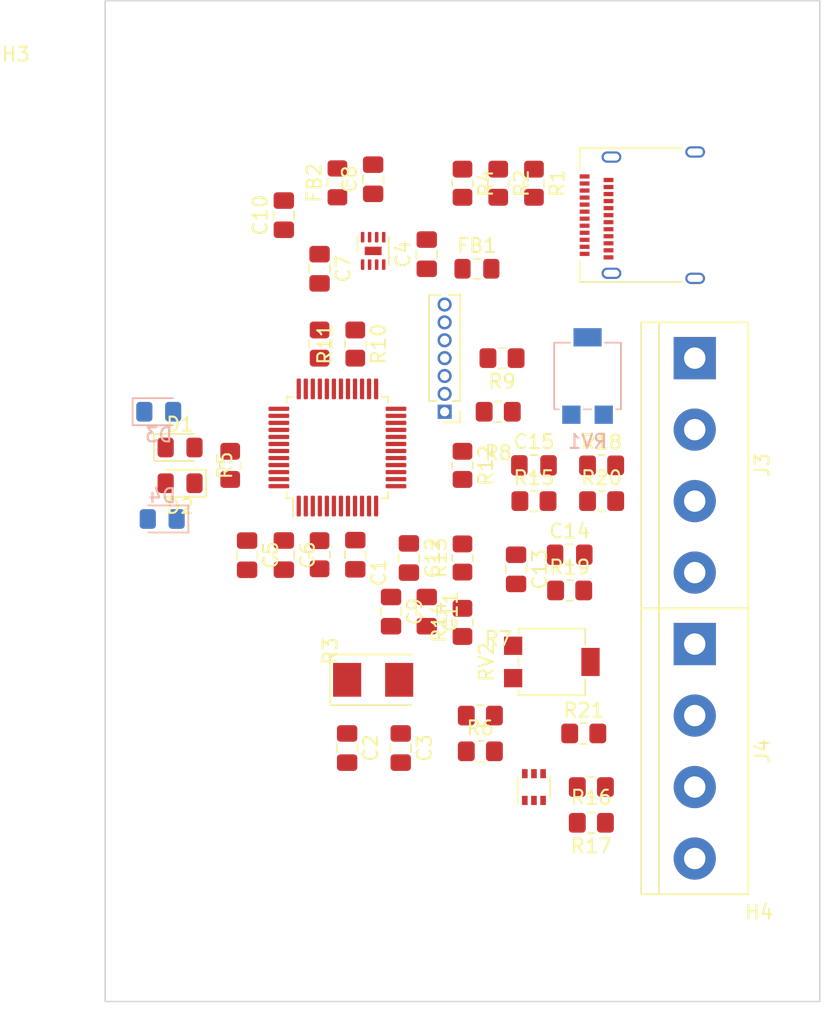
<source format=kicad_pcb>
(kicad_pcb (version 20211014) (generator pcbnew)
  (layers (0 "F.Cu" signal) (31 "B.Cu" signal) (34 "B.Paste" user) (35 "F.Paste" user) (36 "B.SilkS" user "B.Silkscreen") (37 "F.SilkS" user "F.Silkscreen") (38 "B.Mask" user) (39 "F.Mask" user) (44 "Edge.Cuts" user))
  (net 0 "")
  (net 1 "GND")
  (net 2 "/OSCIN")
  (net 3 "/OSCOUT")
  (net 4 "Net-(C7-Pad1)")
  (net 5 "Net-(C8-Pad1)")
  (net 12 "/SWCLK")
  (net 22 "/SWDIO")
  (net 23 "/USB-DP")
  (net 24 "/USB-DN")
  (net 25 "Net-(C13-Pad1)")
  (net 28 "+3V3")
  (net 29 "+3.3VA")
  (net 30 "/VIN")
  (net 31 "/VBUS")
  (net 32 "/USART-RX")
  (net 33 "Net-(Q1-Pad3)")
  (net 34 "Net-(Q1-Pad6)")
  (net 35 "/USART-TX")
  (net 36 "/PTT1")
  (net 37 "/PTT2")
  (net 38 "/AFIN")
  (net 39 "/RADIO-MIC")
  (net 40 "/RADIO-SPK")
  (net 41 "/AFOUT")
  (net 42 "/RADIO-RX-PTT1")
  (net 43 "/RADIO-TX")
  (net 44 "/RADIO-VP-PTT2")
  (net 45 "/NRST")
  (net 46 "/SWO")
  (net 47 "/BOOT0")
  (net 48 "Net-(D1-Pad1)")
  (net 49 "Net-(D1-Pad2)")
  (net 50 "Net-(Q1-Pad2)")
  (net 51 "Net-(Q1-Pad5)")
  (net 54 "Net-(C14-Pad2)")
  (net 55 "/DAC_ATTEN")
  (net 56 "Net-(C15-Pad1)")
  (net 57 "Net-(C15-Pad2)")
  (net 58 "Net-(J2-PadA5)")
  (net 60 "Net-(J2-PadB5)")
  (net 62 "Net-(J3-Pad3)")
  (net 63 "Net-(J4-Pad2)")
  (net 64 "Net-(R5-Pad2)")
  (footprint "Resistor_SMD:R_0805_2012Metric_Pad1.20x1.40mm_HandSolder" (layer "F.Cu") (at 141.87 83.56 180)
    (fp_text reference "R9" (at 0 -1.65 180) (layer "F.SilkS"))
    (fp_text value "10K")
    (fp_line (start -0.227064 -0.735) (end 0.227064 -0.735) (layer "F.SilkS") (width 0.12))
    (fp_line (start -0.227064 0.735) (end 0.227064 0.735) (layer "F.SilkS") (width 0.12))
    (pad "1" smd roundrect (at -1 0 180) (size 1.2 1.4) (layers "F.Cu" "F.Paste" "F.Mask") (roundrect_rratio 0.208333) (net 25 "Net-(C13-Pad1)"))
    (pad "2" smd roundrect (at 1 0 180) (size 1.2 1.4) (layers "F.Cu" "F.Paste" "F.Mask") (roundrect_rratio 0.208333) (net 41 "/AFOUT"))
  )
  (footprint "LED_SMD:LED_0805_2012Metric_Pad1.15x1.40mm_HandSolder" (layer "F.Cu") (at 118.985 92.45 180)
    (fp_text reference "D2" (at 0 -1.65 180) (layer "F.SilkS"))
    (fp_text value "RED")
    (fp_line (start -1.86 -0.96) (end -1.86 0.96) (layer "F.SilkS") (width 0.12))
    (fp_line (start 1 -0.96) (end -1.86 -0.96) (layer "F.SilkS") (width 0.12))
    (fp_line (start -1.86 0.96) (end 1 0.96) (layer "F.SilkS") (width 0.12))
    (pad "1" smd roundrect (at -1.025 0 180) (size 1.15 1.4) (layers "F.Cu" "F.Paste" "F.Mask") (roundrect_rratio 0.217391) (net 49 "Net-(D1-Pad2)"))
    (pad "2" smd roundrect (at 1.025 0 180) (size 1.15 1.4) (layers "F.Cu" "F.Paste" "F.Mask") (roundrect_rratio 0.217391) (net 48 "Net-(D1-Pad1)"))
  )
  (footprint "Capacitor_SMD:C_0805_2012Metric_Pad1.18x1.45mm_HandSolder" (layer "F.Cu") (at 135.25 97.7625 -90)
    (fp_text reference "C12" (at 0 -1.68 90) (layer "F.SilkS"))
    (fp_text value "10n/NP0")
    (fp_line (start -0.261252 -0.735) (end 0.261252 -0.735) (layer "F.SilkS") (width 0.12))
    (fp_line (start -0.261252 0.735) (end 0.261252 0.735) (layer "F.SilkS") (width 0.12))
    (pad "1" smd roundrect (at -1.0375 0 270) (size 1.175 1.45) (layers "F.Cu" "F.Paste" "F.Mask") (roundrect_rratio 0.212766) (net 38 "/AFIN"))
    (pad "2" smd roundrect (at 1.0375 0 270) (size 1.175 1.45) (layers "F.Cu" "F.Paste" "F.Mask") (roundrect_rratio 0.212766) (net 1 "GND"))
  )
  (footprint "Resistor_SMD:R_0805_2012Metric_Pad1.20x1.40mm_HandSolder" (layer "F.Cu") (at 122.55 91.18 90)
    (fp_text reference "R5" (at 0 -0.38 90) (layer "F.SilkS"))
    (fp_text value "220R")
    (fp_line (start -0.227064 -0.735) (end 0.227064 -0.735) (layer "F.SilkS") (width 0.12))
    (fp_line (start -0.227064 0.735) (end 0.227064 0.735) (layer "F.SilkS") (width 0.12))
    (pad "1" smd roundrect (at -1 0 90) (size 1.2 1.4) (layers "F.Cu" "F.Paste" "F.Mask") (roundrect_rratio 0.208333) (net 48 "Net-(D1-Pad1)"))
    (pad "2" smd roundrect (at 1 0 90) (size 1.2 1.4) (layers "F.Cu" "F.Paste" "F.Mask") (roundrect_rratio 0.208333) (net 64 "Net-(R5-Pad2)"))
  )
  (footprint "AIOC:USB_C_Receptacle_Amphenol_12401832E40-2A" (layer "F.Cu") (at 151.76 73.4 90)
    (fp_text reference "J2" hide)
    (fp_text value "12401832E402A")
    (fp_line (start -4.75 -4.37) (end -3.25 -4.37) (layer "F.SilkS") (width 0.12))
    (fp_line (start 4.75 -4.37) (end 4.75 2.89) (layer "F.SilkS") (width 0.12))
    (fp_line (start -4.75 -4.37) (end -4.75 2.89) (layer "F.SilkS") (width 0.12))
    (fp_line (start 3.25 -4.37) (end 4.75 -4.37) (layer "F.SilkS") (width 0.12))
    (pad "" np_thru_hole circle (at -3.6 -3.36 90) (size 0.65 0.65) (drill 0.65) (layers *.Cu *.Mask))
    (pad "" np_thru_hole oval (at 3.6 -3.36 90) (size 0.95 0.65) (drill oval 0.95 0.65) (layers *.Cu *.Mask))
    (pad "A1" smd rect (at -2.75 -4.02 90) (size 0.3 0.7) (layers "F.Cu" "F.Paste" "F.Mask") (net 1 "GND"))
    (pad "A2" smd rect (at -2.25 -4.02 90) (size 0.3 0.7) (layers "F.Cu" "F.Paste" "F.Mask"))
    (pad "A3" smd rect (at -1.75 -4.02 90) (size 0.3 0.7) (layers "F.Cu" "F.Paste" "F.Mask"))
    (pad "A4" smd rect (at -1.25 -4.02 90) (size 0.3 0.7) (layers "F.Cu" "F.Paste" "F.Mask") (net 31 "/VBUS"))
    (pad "A5" smd rect (at -0.75 -4.02 90) (size 0.3 0.7) (layers "F.Cu" "F.Paste" "F.Mask") (net 58 "Net-(J2-PadA5)"))
    (pad "A6" smd rect (at -0.25 -4.02 90) (size 0.3 0.7) (layers "F.Cu" "F.Paste" "F.Mask") (net 23 "/USB-DP"))
    (pad "A7" smd rect (at 0.25 -4.02 90) (size 0.3 0.7) (layers "F.Cu" "F.Paste" "F.Mask") (net 24 "/USB-DN"))
    (pad "A8" smd rect (at 0.75 -4.02 90) (size 0.3 0.7) (layers "F.Cu" "F.Paste" "F.Mask"))
    (pad "A9" smd rect (at 1.25 -4.02 90) (size 0.3 0.7) (layers "F.Cu" "F.Paste" "F.Mask") (net 31 "/VBUS"))
    (pad "A10" smd rect (at 1.75 -4.02 90) (size 0.3 0.7) (layers "F.Cu" "F.Paste" "F.Mask"))
    (pad "A11" smd rect (at 2.25 -4.02 90) (size 0.3 0.7) (layers "F.Cu" "F.Paste" "F.Mask"))
    (pad "A12" smd rect (at 2.75 -4.02 90) (size 0.3 0.7) (layers "F.Cu" "F.Paste" "F.Mask") (net 1 "GND"))
    (pad "B1" smd rect (at 2.5 -2.32 90) (size 0.3 0.7) (layers "F.Cu" "F.Paste" "F.Mask") (net 1 "GND"))
    (pad "B2" smd rect (at 2 -2.32 90) (size 0.3 0.7) (layers "F.Cu" "F.Paste" "F.Mask"))
    (pad "B3" smd rect (at 1.5 -2.32 90) (size 0.3 0.7) (layers "F.Cu" "F.Paste" "F.Mask"))
    (pad "B4" smd rect (at 1 -2.32 90) (size 0.3 0.7) (layers "F.Cu" "F.Paste" "F.Mask") (net 31 "/VBUS"))
    (pad "B5" smd rect (at 0.5 -2.32 90) (size 0.3 0.7) (layers "F.Cu" "F.Paste" "F.Mask") (net 60 "Net-(J2-PadB5)"))
    (pad "B6" smd rect (at 0 -2.32 90) (size 0.3 0.7) (layers "F.Cu" "F.Paste" "F.Mask") (net 23 "/USB-DP"))
    (pad "B7" smd rect (at -0.5 -2.32 90) (size 0.3 0.7) (layers "F.Cu" "F.Paste" "F.Mask") (net 24 "/USB-DN"))
    (pad "B8" smd rect (at -1 -2.32 90) (size 0.3 0.7) (layers "F.Cu" "F.Paste" "F.Mask"))
    (pad "B9" smd rect (at -1.5 -2.32 90) (size 0.3 0.7) (layers "F.Cu" "F.Paste" "F.Mask") (net 31 "/VBUS"))
    (pad "B10" smd rect (at -2 -2.32 90) (size 0.3 0.7) (layers "F.Cu" "F.Paste" "F.Mask"))
    (pad "B11" smd rect (at -2.5 -2.32 90) (size 0.3 0.7) (layers "F.Cu" "F.Paste" "F.Mask"))
    (pad "B12" smd rect (at -3 -2.32 90) (size 0.3 0.7) (layers "F.Cu" "F.Paste" "F.Mask") (net 1 "GND"))
    (pad "S1" thru_hole oval (at 4.49 3.84 90) (size 0.8 1.4) (drill oval 0.5 1.1) (layers *.Cu *.Mask) (net 1 "GND"))
    (pad "S1" thru_hole oval (at -4.49 3.84 90) (size 0.8 1.4) (drill oval 0.5 1.1) (layers *.Cu *.Mask) (net 1 "GND"))
    (pad "S1" thru_hole oval (at -4.13 -2.11 90) (size 0.8 1.4) (drill oval 0.5 1.1) (layers *.Cu *.Mask) (net 1 "GND"))
    (pad "S1" thru_hole oval (at 4.13 -2.11 90) (size 0.8 1.4) (drill oval 0.5 1.1) (layers *.Cu *.Mask) (net 1 "GND"))
  )
  (footprint "Capacitor_SMD:C_0805_2012Metric_Pad1.18x1.45mm_HandSolder" (layer "F.Cu") (at 130.86 111.2675 -90)
    (fp_text reference "C2" (at 0 -1.68 90) (layer "F.SilkS"))
    (fp_text value "22p/NP0")
    (fp_line (start -0.261252 -0.735) (end 0.261252 -0.735) (layer "F.SilkS") (width 0.12))
    (fp_line (start -0.261252 0.735) (end 0.261252 0.735) (layer "F.SilkS") (width 0.12))
    (pad "1" smd roundrect (at -1.0375 0 270) (size 1.175 1.45) (layers "F.Cu" "F.Paste" "F.Mask") (roundrect_rratio 0.212766) (net 2 "/OSCIN"))
    (pad "2" smd roundrect (at 1.0375 0 270) (size 1.175 1.45) (layers "F.Cu" "F.Paste" "F.Mask") (roundrect_rratio 0.212766) (net 1 "GND"))
  )
  (footprint "LED_SMD:LED_0805_2012Metric_Pad1.15x1.40mm_HandSolder" (layer "F.Cu") (at 118.985 89.91)
    (fp_text reference "D1" (at 0 -1.65) (layer "F.SilkS"))
    (fp_text value "GREEN")
    (fp_line (start 1 -0.96) (end -1.86 -0.96) (layer "F.SilkS") (width 0.12))
    (fp_line (start -1.86 0.96) (end 1 0.96) (layer "F.SilkS") (width 0.12))
    (fp_line (start -1.86 -0.96) (end -1.86 0.96) (layer "F.SilkS") (width 0.12))
    (pad "1" smd roundrect (at -1.025 0) (size 1.15 1.4) (layers "F.Cu" "F.Paste" "F.Mask") (roundrect_rratio 0.217391) (net 48 "Net-(D1-Pad1)"))
    (pad "2" smd roundrect (at 1.025 0) (size 1.15 1.4) (layers "F.Cu" "F.Paste" "F.Mask") (roundrect_rratio 0.217391) (net 49 "Net-(D1-Pad2)"))
  )
  (footprint "Capacitor_SMD:C_0805_2012Metric_Pad1.18x1.45mm_HandSolder" (layer "F.Cu") (at 133.98 101.5725 -90)
    (fp_text reference "C9" (at 0 -1.68 -90) (layer "F.SilkS"))
    (fp_text value "100n")
    (fp_line (start -0.261252 -0.735) (end 0.261252 -0.735) (layer "F.SilkS") (width 0.12))
    (fp_line (start -0.261252 0.735) (end 0.261252 0.735) (layer "F.SilkS") (width 0.12))
    (pad "1" smd roundrect (at -1.0375 0 270) (size 1.175 1.45) (layers "F.Cu" "F.Paste" "F.Mask") (roundrect_rratio 0.212766) (net 29 "+3.3VA"))
    (pad "2" smd roundrect (at 1.0375 0 270) (size 1.175 1.45) (layers "F.Cu" "F.Paste" "F.Mask") (roundrect_rratio 0.212766) (net 1 "GND"))
  )
  (footprint "Capacitor_SMD:C_0805_2012Metric_Pad1.18x1.45mm_HandSolder" (layer "F.Cu") (at 142.87 98.5675 -90)
    (fp_text reference "C13" (at 0 -1.68 90) (layer "F.SilkS"))
    (fp_text value "100n")
    (fp_line (start -0.261252 0.735) (end 0.261252 0.735) (layer "F.SilkS") (width 0.12))
    (fp_line (start -0.261252 -0.735) (end 0.261252 -0.735) (layer "F.SilkS") (width 0.12))
    (pad "1" smd roundrect (at -1.0375 0 270) (size 1.175 1.45) (layers "F.Cu" "F.Paste" "F.Mask") (roundrect_rratio 0.212766) (net 25 "Net-(C13-Pad1)"))
    (pad "2" smd roundrect (at 1.0375 0 270) (size 1.175 1.45) (layers "F.Cu" "F.Paste" "F.Mask") (roundrect_rratio 0.212766) (net 1 "GND"))
  )
  (footprint "Potentiometer_SMD:Potentiometer_Bourns_3314G_Vertical" (layer "F.Cu") (at 145.41 105.15 90)
    (fp_text reference "RV2" (at 0 -4.65 90) (layer "F.SilkS"))
    (fp_text value "10K Variable")
    (fp_line (start 2.37 -2.37) (end 2.37 2.37) (layer "F.SilkS") (width 0.12))
    (fp_line (start -2.37 -2.37) (end -2.37 2.37) (layer "F.SilkS") (width 0.12))
    (fp_line (start -2.37 2.37) (end -1.24 2.37) (layer "F.SilkS") (width 0.12))
    (fp_line (start -0.259 -2.37) (end 0.26 -2.37) (layer "F.SilkS") (width 0.12))
    (fp_line (start 1.24 2.37) (end 2.37 2.37) (layer "F.SilkS") (width 0.12))
    (fp_line (start -2.37 -2.37) (end -2.039 -2.37) (layer "F.SilkS") (width 0.12))
    (fp_line (start 2.04 -2.37) (end 2.37 -2.37) (layer "F.SilkS") (width 0.12))
    (pad "1" smd rect (at 1.15 -2.75 90) (size 1.3 1.3) (layers "F.Cu" "F.Paste" "F.Mask") (net 39 "/RADIO-MIC"))
    (pad "2" smd rect (at 0 2.75 90) (size 2 1.3) (layers "F.Cu" "F.Paste" "F.Mask") (net 1 "GND"))
    (pad "3" smd rect (at -1.15 -2.75 90) (size 1.3 1.3) (layers "F.Cu" "F.Paste" "F.Mask") (net 1 "GND"))
  )
  (footprint "Resistor_SMD:R_0805_2012Metric_Pad1.20x1.40mm_HandSolder" (layer "F.Cu") (at 146.68 100.07)
    (fp_text reference "R19" (at 0 -1.65) (layer "F.SilkS"))
    (fp_text value "1K2")
    (fp_line (start -0.227064 0.735) (end 0.227064 0.735) (layer "F.SilkS") (width 0.12))
    (fp_line (start -0.227064 -0.735) (end 0.227064 -0.735) (layer "F.SilkS") (width 0.12))
    (pad "1" smd roundrect (at -1 0) (size 1.2 1.4) (layers "F.Cu" "F.Paste" "F.Mask") (roundrect_rratio 0.208333) (net 54 "Net-(C14-Pad2)"))
    (pad "2" smd roundrect (at 1 0) (size 1.2 1.4) (layers "F.Cu" "F.Paste" "F.Mask") (roundrect_rratio 0.208333) (net 39 "/RADIO-MIC"))
  )
  (footprint "Resistor_SMD:R_0805_2012Metric_Pad1.20x1.40mm_HandSolder" (layer "F.Cu") (at 148.22 116.58 180)
    (fp_text reference "R17" (at 0 -1.65) (layer "F.SilkS"))
    (fp_text value "22R")
    (fp_line (start -0.227064 0.735) (end 0.227064 0.735) (layer "F.SilkS") (width 0.12))
    (fp_line (start -0.227064 -0.735) (end 0.227064 -0.735) (layer "F.SilkS") (width 0.12))
    (pad "1" smd roundrect (at -1 0 180) (size 1.2 1.4) (layers "F.Cu" "F.Paste" "F.Mask") (roundrect_rratio 0.208333) (net 42 "/RADIO-RX-PTT1"))
    (pad "2" smd roundrect (at 1 0 180) (size 1.2 1.4) (layers "F.Cu" "F.Paste" "F.Mask") (roundrect_rratio 0.208333) (net 33 "Net-(Q1-Pad3)"))
  )
  (footprint "Inductor_SMD:L_0805_2012Metric_Pad1.15x1.40mm_HandSolder" (layer "F.Cu") (at 140.085 77.21)
    (fp_text reference "FB1" (at 0 -1.65) (layer "F.SilkS"))
    (fp_text value "600R@100MHz")
    (fp_line (start -0.261252 0.71) (end 0.261252 0.71) (layer "F.SilkS") (width 0.12))
    (fp_line (start -0.261252 -0.71) (end 0.261252 -0.71) (layer "F.SilkS") (width 0.12))
    (pad "1" smd roundrect (at -1.025 0) (size 1.15 1.4) (layers "F.Cu" "F.Paste" "F.Mask") (roundrect_rratio 0.217391) (net 30 "/VIN"))
    (pad "2" smd roundrect (at 1.025 0) (size 1.15 1.4) (layers "F.Cu" "F.Paste" "F.Mask") (roundrect_rratio 0.217391) (net 31 "/VBUS"))
  )
  (footprint "Resistor_SMD:R_0805_2012Metric_Pad1.20x1.40mm_HandSolder" (layer "F.Cu") (at 131.44 82.56 -90)
    (fp_text reference "R10" (at 0 -1.65 -90) (layer "F.SilkS"))
    (fp_text value "220R")
    (fp_line (start -0.227064 -0.735) (end 0.227064 -0.735) (layer "F.SilkS") (width 0.12))
    (fp_line (start -0.227064 0.735) (end 0.227064 0.735) (layer "F.SilkS") (width 0.12))
    (pad "1" smd roundrect (at -1 0 270) (size 1.2 1.4) (layers "F.Cu" "F.Paste" "F.Mask") (roundrect_rratio 0.208333) (net 42 "/RADIO-RX-PTT1"))
    (pad "2" smd roundrect (at 1 0 270) (size 1.2 1.4) (layers "F.Cu" "F.Paste" "F.Mask") (roundrect_rratio 0.208333) (net 35 "/USART-TX"))
  )
  (footprint "Resistor_SMD:R_0805_2012Metric_Pad1.20x1.40mm_HandSolder" (layer "F.Cu") (at 140.33 108.96)
    (fp_text reference "R7" (at 1.27 -5.46) (layer "F.SilkS"))
    (fp_text value "2.2K")
    (fp_line (start -0.227064 0.735) (end 0.227064 0.735) (layer "F.SilkS") (width 0.12))
    (fp_line (start -0.227064 -0.735) (end 0.227064 -0.735) (layer "F.SilkS") (width 0.12))
    (pad "1" smd roundrect (at -1 0) (size 1.2 1.4) (layers "F.Cu" "F.Paste" "F.Mask") (roundrect_rratio 0.208333) (net 36 "/PTT1"))
    (pad "2" smd roundrect (at 1 0) (size 1.2 1.4) (layers "F.Cu" "F.Paste" "F.Mask") (roundrect_rratio 0.208333) (net 51 "Net-(Q1-Pad5)"))
  )
  (footprint "AIOC:TOOLING-HOLE" (layer "F.Cu") (at 118.74 64.51)
    (fp_text reference "H3" (at -11.43 -2.54 unlocked) (layer "F.SilkS"))
    (fp_text value "ToolingHole")
    (pad "" np_thru_hole circle (at 0 0) (size 1.152 1.152) (drill 1.152) (layers F&B.Cu *.Mask) (clearance 0.25))
  )
  (footprint "Resistor_SMD:R_0805_2012Metric_Pad1.20x1.40mm_HandSolder" (layer "F.Cu") (at 128.9 82.56 -90)
    (fp_text reference "R11" (at 0 -0.38 -90) (layer "F.SilkS"))
    (fp_text value "220R")
    (fp_line (start -0.227064 -0.735) (end 0.227064 -0.735) (layer "F.SilkS") (width 0.12))
    (fp_line (start -0.227064 0.735) (end 0.227064 0.735) (layer "F.SilkS") (width 0.12))
    (pad "1" smd roundrect (at -1 0 270) (size 1.2 1.4) (layers "F.Cu" "F.Paste" "F.Mask") (roundrect_rratio 0.208333) (net 43 "/RADIO-TX"))
    (pad "2" smd roundrect (at 1 0 270) (size 1.2 1.4) (layers "F.Cu" "F.Paste" "F.Mask") (roundrect_rratio 0.208333) (net 32 "/USART-RX"))
  )
  (footprint "Capacitor_SMD:C_0805_2012Metric_Pad1.18x1.45mm_HandSolder" (layer "F.Cu") (at 126.36 97.555 -90)
    (fp_text reference "C6" (at 0 -1.68 90) (layer "F.SilkS"))
    (fp_text value "100n")
    (fp_line (start -0.261252 0.735) (end 0.261252 0.735) (layer "F.SilkS") (width 0.12))
    (fp_line (start -0.261252 -0.735) (end 0.261252 -0.735) (layer "F.SilkS") (width 0.12))
    (pad "1" smd roundrect (at -1.0375 0 270) (size 1.175 1.45) (layers "F.Cu" "F.Paste" "F.Mask") (roundrect_rratio 0.212766) (net 28 "+3V3"))
    (pad "2" smd roundrect (at 1.0375 0 270) (size 1.175 1.45) (layers "F.Cu" "F.Paste" "F.Mask") (roundrect_rratio 0.212766) (net 1 "GND"))
  )
  (footprint "Package_QFP:LQFP-48_7x7mm_P0.5mm" (layer "F.Cu") (at 130.17 89.91 90)
    (fp_text reference "U2" hide)
    (fp_text value "STM32F373CBTx(OLD)")
    (fp_line (start -3.16 -3.61) (end -3.61 -3.61) (layer "F.SilkS") (width 0.12))
    (fp_line (start -3.61 3.61) (end -3.61 3.16) (layer "F.SilkS") (width 0.12))
    (fp_line (start 3.61 3.61) (end 3.61 3.16) (layer "F.SilkS") (width 0.12))
    (fp_line (start 3.61 -3.61) (end 3.61 -3.16) (layer "F.SilkS") (width 0.12))
    (fp_line (start 3.16 -3.61) (end 3.61 -3.61) (layer "F.SilkS") (width 0.12))
    (fp_line (start -3.16 3.61) (end -3.61 3.61) (layer "F.SilkS") (width 0.12))
    (fp_line (start -3.61 -3.16) (end -4.9 -3.16) (layer "F.SilkS") (width 0.12))
    (fp_line (start 3.16 3.61) (end 3.61 3.61) (layer "F.SilkS") (width 0.12))
    (fp_line (start -3.61 -3.61) (end -3.61 -3.16) (layer "F.SilkS") (width 0.12))
    (pad "1" smd roundrect (at -4.1625 -2.75 90) (size 1.475 0.3) (layers "F.Cu" "F.Paste" "F.Mask") (net 28 "+3V3"))
    (pad "2" smd roundrect (at -4.1625 -2.25 90) (size 1.475 0.3) (layers "F.Cu" "F.Paste" "F.Mask"))
    (pad "3" smd roundrect (at -4.1625 -1.75 90) (size 1.475 0.3) (layers "F.Cu" "F.Paste" "F.Mask"))
    (pad "4" smd roundrect (at -4.1625 -1.25 90) (size 1.475 0.3) (layers "F.Cu" "F.Paste" "F.Mask"))
    (pad "5" smd roundrect (at -4.1625 -0.75 90) (size 1.475 0.3) (layers "F.Cu" "F.Paste" "F.Mask") (net 2 "/OSCIN"))
    (pad "6" smd roundrect (at -4.1625 -0.25 90) (size 1.475 0.3) (layers "F.Cu" "F.Paste" "F.Mask") (net 3 "/OSCOUT"))
    (pad "7" smd roundrect (at -4.1625 0.25 90) (size 1.475 0.3) (layers "F.Cu" "F.Paste" "F.Mask") (net 45 "/NRST"))
    (pad "8" smd roundrect (at -4.1625 0.75 90) (size 1.475 0.3) (layers "F.Cu" "F.Paste" "F.Mask") (net 1 "GND"))
    (pad "9" smd roundrect (at -4.1625 1.25 90) (size 1.475 0.3) (layers "F.Cu" "F.Paste" "F.Mask") (net 29 "+3.3VA"))
    (pad "10" smd roundrect (at -4.1625 1.75 90) (size 1.475 0.3) (layers "F.Cu" "F.Paste" "F.Mask") (net 37 "/PTT2"))
    (pad "11" smd roundrect (at -4.1625 2.25 90) (size 1.475 0.3) (layers "F.Cu" "F.Paste" "F.Mask") (net 36 "/PTT1"))
    (pad "12" smd roundrect (at -4.1625 2.75 90) (size 1.475 0.3) (layers "F.Cu" "F.Paste" "F.Mask"))
    (pad "13" smd roundrect (at -2.75 4.1625 90) (size 0.3 1.475) (layers "F.Cu" "F.Paste" "F.Mask") (net 55 "/DAC_ATTEN"))
    (pad "14" smd roundrect (at -2.25 4.1625 90) (size 0.3 1.475) (layers "F.Cu" "F.Paste" "F.Mask") (net 41 "/AFOUT"))
    (pad "15" smd roundrect (at -1.75 4.1625 90) (size 0.3 1.475) (layers "F.Cu" "F.Paste" "F.Mask"))
    (pad "16" smd roundrect (at -1.25 4.1625 90) (size 0.3 1.475) (layers "F.Cu" "F.Paste" "F.Mask"))
    (pad "17" smd roundrect (at -0.75 4.1625 90) (size 0.3 1.475) (layers "F.Cu" "F.Paste" "F.Mask") (net 28 "+3V3"))
    (pad "18" smd roundrect (at -0.25 4.1625 90) (size 0.3 1.475) (layers "F.Cu" "F.Paste" "F.Mask"))
    (pad "19" smd roundrect (at 0.25 4.1625 90) (size 0.3 1.475) (layers "F.Cu" "F.Paste" "F.Mask"))
    (pad "20" smd roundrect (at 0.75 4.1625 90) (size 0.3 1.475) (layers "F.Cu" "F.Paste" "F.Mask") (net 38 "/AFIN"))
    (pad "21" smd roundrect (at 1.25 4.1625 90) (size 0.3 1.475) (layers "F.Cu" "F.Paste" "F.Mask"))
    (pad "22" smd roundrect (at 1.75 4.1625 90) (size 0.3 1.475) (layers "F.Cu" "F.Paste" "F.Mask"))
    (pad "23" smd roundrect (at 2.25 4.1625 90) (size 0.3 1.475) (layers "F.Cu" "F.Paste" "F.Mask") (net 1 "GND"))
    (pad "24" smd roundrect (at 2.75 4.1625 90) (size 0.3 1.475) (layers "F.Cu" "F.Paste" "F.Mask") (net 29 "+3.3VA"))
    (pad "25" smd roundrect (at 4.1625 2.75 90) (size 1.475 0.3) (layers "F.Cu" "F.Paste" "F.Mask") (net 29 "+3.3VA"))
    (pad "26" smd roundrect (at 4.1625 2.25 90) (size 1.475 0.3) (layers "F.Cu" "F.Paste" "F.Mask"))
    (pad "27" smd roundrect (at 4.1625 1.75 90) (size 1.475 0.3) (layers "F.Cu" "F.Paste" "F.Mask"))
    (pad "28" smd roundrect (at 4.1625 1.25 90) (size 1.475 0.3) (layers "F.Cu" "F.Paste" "F.Mask"))
    (pad "29" smd roundrect (at 4.1625 0.75 90) (size 1.475 0.3) (layers "F.Cu" "F.Paste" "F.Mask"))
    (pad "30" smd roundrect (at 4.1625 0.25 90) (size 1.475 0.3) (layers "F.Cu" "F.Paste" "F.Mask") (net 35 "/USART-TX"))
    (pad "31" smd roundrect (at 4.1625 -0.25 90) (size 1.475 0.3) (layers "F.Cu" "F.Paste" "F.Mask") (net 32 "/USART-RX"))
    (pad "32" smd roundrect (at 4.1625 -0.75 90) (size 1.475 0.3) (layers "F.Cu" "F.Paste" "F.Mask") (net 24 "/USB-DN"))
    (pad "33" smd roundrect (at 4.1625 -1.25 90) (size 1.475 0.3) (layers "F.Cu" "F.Paste" "F.Mask") (net 23 "/USB-DP"))
    (pad "34" smd roundrect (at 4.1625 -1.75 90) (size 1.475 0.3) (layers "F.Cu" "F.Paste" "F.Mask") (net 22 "/SWDIO"))
    (pad "35" smd roundrect (at 4.1625 -2.25 90) (size 1.475 0.3) (layers "F.Cu" "F.Paste" "F.Mask") (net 1 "GND"))
    (pad "36" smd roundrect (at 4.1625 -2.75 90) (size 1.475 0.3) (layers "F.Cu" "F.Paste" "F.Mask") (net 28 "+3V3"))
    (pad "37" smd roundrect (at 2.75 -4.1625 90) (size 0.3 1.475) (layers "F.Cu" "F.Paste" "F.Mask") (net 12 "/SWCLK"))
    (pad "38" smd roundrect (at 2.25 -4.1625 90) (size 0.3 1.475) (layers "F.Cu" "F.Paste" "F.Mask"))
    (pad "39" smd roundrect (at 1.75 -4.1625 90) (size 0.3 1.475) (layers "F.Cu" "F.Paste" "F.Mask") (net 46 "/SWO"))
    (pad "40" smd roundrect (at 1.25 -4.1625 90) (size 0.3 1.475) (layers "F.Cu" "F.Paste" "F.Mask"))
    (pad "41" smd roundrect (at 0.75 -4.1625 90) (size 0.3 1.475) (layers "F.Cu" "F.Paste" "F.Mask"))
    (pad "42" smd roundrect (at 0.25 -4.1625 90) (size 0.3 1.475) (layers "F.Cu" "F.Paste" "F.Mask"))
    (pad "43" smd roundrect (at -0.25 -4.1625 90) (size 0.3 1.475) (layers "F.Cu" "F.Paste" "F.Mask"))
    (pad "44" smd roundrect (at -0.75 -4.1625 90) (size 0.3 1.475) (layers "F.Cu" "F.Paste" "F.Mask") (net 47 "/BOOT0"))
    (pad "45" smd roundrect (at -1.25 -4.1625 90) (size 0.3 1.475) (layers "F.Cu" "F.Paste" "F.Mask") (net 64 "Net-(R5-Pad2)"))
    (pad "46" smd roundrect (at -1.75 -4.1625 90) (size 0.3 1.475) (layers "F.Cu" "F.Paste" "F.Mask") (net 49 "Net-(D1-Pad2)"))
    (pad "47" smd roundrect (at -2.25 -4.1625 90) (size 0.3 1.475) (layers "F.Cu" "F.Paste" "F.Mask") (net 1 "GND"))
    (pad "48" smd roundrect (at -2.75 -4.1625 90) (size 0.3 1.475) (layers "F.Cu" "F.Paste" "F.Mask") (net 28 "+3V3"))
  )
  (footprint "Capacitor_SMD:C_0805_2012Metric_Pad1.18x1.45mm_HandSolder" (layer "F.Cu") (at 136.52 76.1725 90)
    (fp_text reference "C4" (at 0 -1.68 90) (layer "F.SilkS"))
    (fp_text value "4.7u/10V/X5R")
    (fp_line (start -0.261252 0.735) (end 0.261252 0.735) (layer "F.SilkS") (width 0.12))
    (fp_line (start -0.261252 -0.735) (end 0.261252 -0.735) (layer "F.SilkS") (width 0.12))
    (pad "1" smd roundrect (at -1.0375 0 90) (size 1.175 1.45) (layers "F.Cu" "F.Paste" "F.Mask") (roundrect_rratio 0.212766) (net 30 "/VIN"))
    (pad "2" smd roundrect (at 1.0375 0 90) (size 1.175 1.45) (layers "F.Cu" "F.Paste" "F.Mask") (roundrect_rratio 0.212766) (net 1 "GND"))
  )
  (footprint "Resistor_SMD:R_0805_2012Metric_Pad1.20x1.40mm_HandSolder" (layer "F.Cu") (at 148.95 91.18)
    (fp_text reference "R18" (at 0 -1.65) (layer "F.SilkS"))
    (fp_text value "1K2")
    (fp_line (start -0.227064 -0.735) (end 0.227064 -0.735) (layer "F.SilkS") (width 0.12))
    (fp_line (start -0.227064 0.735) (end 0.227064 0.735) (layer "F.SilkS") (width 0.12))
    (pad "1" smd roundrect (at -1 0) (size 1.2 1.4) (layers "F.Cu" "F.Paste" "F.Mask") (roundrect_rratio 0.208333) (net 57 "Net-(C15-Pad2)"))
    (pad "2" smd roundrect (at 1 0) (size 1.2 1.4) (layers "F.Cu" "F.Paste" "F.Mask") (roundrect_rratio 0.208333) (net 40 "/RADIO-SPK"))
  )
  (footprint "Resistor_SMD:R_0805_2012Metric_Pad1.20x1.40mm_HandSolder" (layer "F.Cu") (at 139.06 102.34 90)
    (fp_text reference "R14" (at 0 -1.65 90) (layer "F.SilkS"))
    (fp_text value "220R")
    (fp_line (start -0.227064 0.735) (end 0.227064 0.735) (layer "F.SilkS") (width 0.12))
    (fp_line (start -0.227064 -0.735) (end 0.227064 -0.735) (layer "F.SilkS") (width 0.12))
    (pad "1" smd roundrect (at -1 0 90) (size 1.2 1.4) (layers "F.Cu" "F.Paste" "F.Mask") (roundrect_rratio 0.208333) (net 1 "GND"))
    (pad "2" smd roundrect (at 1 0 90) (size 1.2 1.4) (layers "F.Cu" "F.Paste" "F.Mask") (roundrect_rratio 0.208333) (net 25 "Net-(C13-Pad1)"))
  )
  (footprint "TerminalBlock:TerminalBlock_bornier-4_P5.08mm" (layer "F.Cu") (at 155.57 83.56 -90)
    (fp_text reference "J3" (at 7.6 -4.8 90) (layer "F.SilkS"))
    (fp_text value "SIP 200")
    (fp_line (start -2.54 3.81) (end 17.78 3.81) (layer "F.SilkS") (width 0.12))
    (fp_line (start -2.54 -3.81) (end 17.78 -3.81) (layer "F.SilkS") (width 0.12))
    (fp_line (start -2.54 -3.81) (end -2.54 3.81) (layer "F.SilkS") (width 0.12))
    (fp_line (start 17.78 3.81) (end 17.78 -3.81) (layer "F.SilkS") (width 0.12))
    (fp_line (start 17.78 2.54) (end -2.54 2.54) (layer "F.SilkS") (width 0.12))
    (pad "1" thru_hole rect (at 0 0 270) (size 3 3) (drill 1.52) (layers *.Cu *.Mask) (net 42 "/RADIO-RX-PTT1"))
    (pad "2" thru_hole circle (at 5.08 0 270) (size 3 3) (drill 1.52) (layers *.Cu *.Mask) (net 43 "/RADIO-TX"))
    (pad "3" thru_hole circle (at 10.16 0 270) (size 3 3) (drill 1.52) (layers *.Cu *.Mask) (net 62 "Net-(J3-Pad3)"))
    (pad "4" thru_hole circle (at 15.24 0 270) (size 3 3) (drill 1.52) (layers *.Cu *.Mask) (net 1 "GND"))
  )
  (footprint "Inductor_SMD:L_0805_2012Metric_Pad1.15x1.40mm_HandSolder" (layer "F.Cu") (at 130.17 71.105 90)
    (fp_text reference "FB2" (at 0 -1.65 90) (layer "F.SilkS"))
    (fp_text value "600R@100MHz")
    (fp_line (start -0.261252 -0.71) (end 0.261252 -0.71) (layer "F.SilkS") (width 0.12))
    (fp_line (start -0.261252 0.71) (end 0.261252 0.71) (layer "F.SilkS") (width 0.12))
    (pad "1" smd roundrect (at -1.025 0 90) (size 1.15 1.4) (layers "F.Cu" "F.Paste" "F.Mask") (roundrect_rratio 0.217391) (net 29 "+3.3VA"))
    (pad "2" smd roundrect (at 1.025 0 90) (size 1.15 1.4) (layers "F.Cu" "F.Paste" "F.Mask") (roundrect_rratio 0.217391) (net 5 "Net-(C8-Pad1)"))
  )
  (footprint "Capacitor_SMD:C_0805_2012Metric_Pad1.18x1.45mm_HandSolder" (layer "F.Cu") (at 128.9 77.21 -90)
    (fp_text reference "C7" (at 0 -1.68 90) (layer "F.SilkS"))
    (fp_text value "100n")
    (fp_line (start -0.261252 0.735) (end 0.261252 0.735) (layer "F.SilkS") (width 0.12))
    (fp_line (start -0.261252 -0.735) (end 0.261252 -0.735) (layer "F.SilkS") (width 0.12))
    (pad "1" smd roundrect (at -1.0375 0 270) (size 1.175 1.45) (layers "F.Cu" "F.Paste" "F.Mask") (roundrect_rratio 0.212766) (net 4 "Net-(C7-Pad1)"))
    (pad "2" smd roundrect (at 1.0375 0 270) (size 1.175 1.45) (layers "F.Cu" "F.Paste" "F.Mask") (roundrect_rratio 0.212766) (net 1 "GND"))
  )
  (footprint "Capacitor_SMD:C_0805_2012Metric_Pad1.18x1.45mm_HandSolder" (layer "F.Cu") (at 134.67 111.2675 -90)
    (fp_text reference "C3" (at 0 -1.68 90) (layer "F.SilkS"))
    (fp_text value "22p/NP0")
    (fp_line (start -0.261252 0.735) (end 0.261252 0.735) (layer "F.SilkS") (width 0.12))
    (fp_line (start -0.261252 -0.735) (end 0.261252 -0.735) (layer "F.SilkS") (width 0.12))
    (pad "1" smd roundrect (at -1.0375 0 270) (size 1.175 1.45) (layers "F.Cu" "F.Paste" "F.Mask") (roundrect_rratio 0.212766) (net 3 "/OSCOUT"))
    (pad "2" smd roundrect (at 1.0375 0 270) (size 1.175 1.45) (layers "F.Cu" "F.Paste" "F.Mask") (roundrect_rratio 0.212766) (net 1 "GND"))
  )
  (footprint "Resistor_SMD:R_0805_2012Metric_Pad1.20x1.40mm_HandSolder" (layer "F.Cu") (at 140.33 111.5)
    (fp_text reference "R6" (at 0 -1.65) (layer "F.SilkS"))
    (fp_text value "2.2K")
    (fp_line (start -0.227064 0.735) (end 0.227064 0.735) (layer "F.SilkS") (width 0.12))
    (fp_line (start -0.227064 -0.735) (end 0.227064 -0.735) (layer "F.SilkS") (width 0.12))
    (pad "1" smd roundrect (at -1 0) (size 1.2 1.4) (layers "F.Cu" "F.Paste" "F.Mask") (roundrect_rratio 0.208333) (net 37 "/PTT2"))
    (pad "2" smd roundrect (at 1 0) (size 1.2 1.4) (layers "F.Cu" "F.Paste" "F.Mask") (roundrect_rratio 0.208333) (net 50 "Net-(Q1-Pad2)"))
  )
  (footprint "Capacitor_SMD:C_0805_2012Metric_Pad1.18x1.45mm_HandSolder" (layer "F.Cu") (at 126.36 73.4 90)
    (fp_text reference "C10" (at 0 -1.68 90) (layer "F.SilkS"))
    (fp_text value "4.7u/10V/X5R")
    (fp_line (start -0.261252 0.735) (end 0.261252 0.735) (layer "F.SilkS") (width 0.12))
    (fp_line (start -0.261252 -0.735) (end 0.261252 -0.735) (layer "F.SilkS") (width 0.12))
    (pad "1" smd roundrect (at -1.0375 0 90) (size 1.175 1.45) (layers "F.Cu" "F.Paste" "F.Mask") (roundrect_rratio 0.212766) (net 28 "+3V3"))
    (pad "2" smd roundrect (at 1.0375 0 90) (size 1.175 1.45) (layers "F.Cu" "F.Paste" "F.Mask") (roundrect_rratio 0.212766) (net 1 "GND"))
  )
  (footprint "Resistor_SMD:R_0805_2012Metric_Pad1.20x1.40mm_HandSolder" (layer "F.Cu") (at 144.14 71.13 -90)
    (fp_text reference "R1" (at 0 -1.65 90) (layer "F.SilkS"))
    (fp_text value "1.5K")
    (fp_line (start -0.227064 0.735) (end 0.227064 0.735) (layer "F.SilkS") (width 0.12))
    (fp_line (start -0.227064 -0.735) (end 0.227064 -0.735) (layer "F.SilkS") (width 0.12))
    (pad "1" smd roundrect (at -1 0 270) (size 1.2 1.4) (layers "F.Cu" "F.Paste" "F.Mask") (roundrect_rratio 0.208333) (net 28 "+3V3"))
    (pad "2" smd roundrect (at 1 0 270) (size 1.2 1.4) (layers "F.Cu" "F.Paste" "F.Mask") (roundrect_rratio 0.208333) (net 23 "/USB-DP"))
  )
  (footprint "Capacitor_SMD:C_0805_2012Metric_Pad1.18x1.45mm_HandSolder" (layer "F.Cu") (at 132.71 70.8475 90)
    (fp_text reference "C8" (at 0 -1.68 90) (layer "F.SilkS"))
    (fp_text value "4.7u/10V/X5R")
    (fp_line (start -0.261252 -0.735) (end 0.261252 -0.735) (layer "F.SilkS") (width 0.12))
    (fp_line (start -0.261252 0.735) (end 0.261252 0.735) (layer "F.SilkS") (width 0.12))
    (pad "1" smd roundrect (at -1.0375 0 90) (size 1.175 1.45) (layers "F.Cu" "F.Paste" "F.Mask") (roundrect_rratio 0.212766) (net 5 "Net-(C8-Pad1)"))
    (pad "2" smd roundrect (at 1.0375 0 90) (size 1.175 1.45) (layers "F.Cu" "F.Paste" "F.Mask") (roundrect_rratio 0.212766) (net 1 "GND"))
  )
  (footprint "Package_TO_SOT_SMD:SOT-363_SC-70-6" (layer "F.Cu") (at 144.14 114.04 90)
    (fp_text reference "Q1" hide)
    (fp_text value "BC847BS")
    (fp_line (start -0.7 1.16) (end 0.7 1.16) (layer "F.SilkS") (width 0.12))
    (fp_line (start 0.7 -1.16) (end -1.2 -1.16) (layer "F.SilkS") (width 0.12))
    (pad "1" smd rect (at -0.95 -0.65 90) (size 0.65 0.4) (layers "F.Cu" "F.Paste" "F.Mask") (net 1 "GND"))
    (pad "2" smd rect (at -0.95 0 90) (size 0.65 0.4) (layers "F.Cu" "F.Paste" "F.Mask") (net 50 "Net-(Q1-Pad2)"))
    (pad "3" smd rect (at -0.95 0.65 90) (size 0.65 0.4) (layers "F.Cu" "F.Paste" "F.Mask") (net 33 "Net-(Q1-Pad3)"))
    (pad "4" smd rect (at 0.95 0.65 90) (size 0.65 0.4) (layers "F.Cu" "F.Paste" "F.Mask") (net 1 "GND"))
    (pad "5" smd rect (at 0.95 0 90) (size 0.65 0.4) (layers "F.Cu" "F.Paste" "F.Mask") (net 51 "Net-(Q1-Pad5)"))
    (pad "6" smd rect (at 0.95 -0.65 90) (size 0.65 0.4) (layers "F.Cu" "F.Paste" "F.Mask") (net 34 "Net-(Q1-Pad6)"))
  )
  (footprint "Capacitor_SMD:C_0805_2012Metric_Pad1.18x1.45mm_HandSolder" (layer "F.Cu") (at 144.14 91.18)
    (fp_text reference "C15" (at 0 -1.68) (layer "F.SilkS"))
    (fp_text value "4.7u/10V/X5R")
    (fp_line (start -0.261252 -0.735) (end 0.261252 -0.735) (layer "F.SilkS") (width 0.12))
    (fp_line (start -0.261252 0.735) (end 0.261252 0.735) (layer "F.SilkS") (width 0.12))
    (pad "1" smd roundrect (at -1.0375 0) (size 1.175 1.45) (layers "F.Cu" "F.Paste" "F.Mask") (roundrect_rratio 0.212766) (net 56 "Net-(C15-Pad1)"))
    (pad "2" smd roundrect (at 1.0375 0) (size 1.175 1.45) (layers "F.Cu" "F.Paste" "F.Mask") (roundrect_rratio 0.212766) (net 57 "Net-(C15-Pad2)"))
  )
  (footprint "Resistor_SMD:R_0805_2012Metric_Pad1.20x1.40mm_HandSolder" (layer "F.Cu") (at 141.6 87.37 180)
    (fp_text reference "R8" (at 0 -2.92 180) (layer "F.SilkS"))
    (fp_text value "N.M.")
    (fp_line (start -0.227064 -0.735) (end 0.227064 -0.735) (layer "F.SilkS") (width 0.12))
    (fp_line (start -0.227064 0.735) (end 0.227064 0.735) (layer "F.SilkS") (width 0.12))
    (pad "1" smd roundrect (at -1 0 180) (size 1.2 1.4) (layers "F.Cu" "F.Paste" "F.Mask") (roundrect_rratio 0.208333) (net 25 "Net-(C13-Pad1)"))
    (pad "2" smd roundrect (at 1 0 180) (size 1.2 1.4) (layers "F.Cu" "F.Paste" "F.Mask") (roundrect_rratio 0.208333) (net 55 "/DAC_ATTEN"))
  )
  (footprint "Resistor_SMD:R_0805_2012Metric_Pad1.20x1.40mm_HandSolder" (layer "F.Cu") (at 144.14 93.72)
    (fp_text reference "R15" (at 0 -1.65) (layer "F.SilkS"))
    (fp_text value "2.2K")
    (fp_line (start -0.227064 0.735) (end 0.227064 0.735) (layer "F.SilkS") (width 0.12))
    (fp_line (start -0.227064 -0.735) (end 0.227064 -0.735) (layer "F.SilkS") (width 0.12))
    (pad "1" smd roundrect (at -1 0) (size 1.2 1.4) (layers "F.Cu" "F.Paste" "F.Mask") (roundrect_rratio 0.208333) (net 38 "/AFIN"))
    (pad "2" smd roundrect (at 1 0) (size 1.2 1.4) (layers "F.Cu" "F.Paste" "F.Mask") (roundrect_rratio 0.208333) (net 56 "Net-(C15-Pad1)"))
  )
  (footprint "Capacitor_SMD:C_0805_2012Metric_Pad1.18x1.45mm_HandSolder" (layer "F.Cu") (at 131.44 97.53 -90)
    (fp_text reference "C1" (at 1.27 -1.68 90) (layer "F.SilkS"))
    (fp_text value "100n")
    (fp_line (start -0.261252 -0.735) (end 0.261252 -0.735) (layer "F.SilkS") (width 0.12))
    (fp_line (start -0.261252 0.735) (end 0.261252 0.735) (layer "F.SilkS") (width 0.12))
    (pad "1" smd roundrect (at -1.0375 0 270) (size 1.175 1.45) (layers "F.Cu" "F.Paste" "F.Mask") (roundrect_rratio 0.212766) (net 45 "/NRST"))
    (pad "2" smd roundrect (at 1.0375 0 270) (size 1.175 1.45) (layers "F.Cu" "F.Paste" "F.Mask") (roundrect_rratio 0.212766) (net 1 "GND"))
  )
  (footprint "AIOC:TOOLING-HOLE" (layer "F.Cu") (at 160.65 125.47)
    (fp_text reference "H4" (at -0.508 -2.54 unlocked) (layer "F.SilkS"))
    (fp_text value "ToolingHole")
    (pad "" np_thru_hole circle (at 0 0) (size 1.152 1.152) (drill 1.152) (layers F&B.Cu *.Mask) (clearance 0.25))
  )
  (footprint "Capacitor_SMD:C_0805_2012Metric_Pad1.18x1.45mm_HandSolder" (layer "F.Cu") (at 123.75 97.5625 -90)
    (fp_text reference "C5" (at 0 -1.68 90) (layer "F.SilkS"))
    (fp_text value "4.7u/10V/X5R")
    (fp_line (start -0.261252 0.735) (end 0.261252 0.735) (layer "F.SilkS") (width 0.12))
    (fp_line (start -0.261252 -0.735) (end 0.261252 -0.735) (layer "F.SilkS") (width 0.12))
    (pad "1" smd roundrect (at -1.0375 0 270) (size 1.175 1.45) (layers "F.Cu" "F.Paste" "F.Mask") (roundrect_rratio 0.212766) (net 28 "+3V3"))
    (pad "2" smd roundrect (at 1.0375 0 270) (size 1.175 1.45) (layers "F.Cu" "F.Paste" "F.Mask") (roundrect_rratio 0.212766) (net 1 "GND"))
  )
  (footprint "Connector_PinHeader_1.27mm:PinHeader_1x07_P1.27mm_Vertical" (layer "F.Cu") (at 137.79 87.37 180)
    (fp_text reference "J1" hide)
    (fp_text value "Conn_01x07_Male")
    (fp_line (start -1.11 0.76) (end -0.563471 0.76) (layer "F.SilkS") (width 0.12))
    (fp_line (start -1.11 -0.76) (end 0 -0.76) (layer "F.SilkS") (width 0.12))
    (fp_line (start 1.11 0.76) (end 1.11 8.315) (layer "F.SilkS") (width 0.12))
    (fp_line (start 0.563471 0.76) (end 1.11 0.76) (layer "F.SilkS") (width 0.12))
    (fp_line (start -1.11 8.315) (end -0.30753 8.315) (layer "F.SilkS") (width 0.12))
    (fp_line (start 0.30753 8.315) (end 1.11 8.315) (layer "F.SilkS") (width 0.12))
    (fp_line (start -1.11 0) (end -1.11 -0.76) (layer "F.SilkS") (width 0.12))
    (fp_line (start -1.11 0.76) (end -1.11 8.315) (layer "F.SilkS") (width 0.12))
    (pad "1" thru_hole rect (at 0 0 180) (size 1 1) (drill 0.65) (layers *.Cu *.Mask) (net 47 "/BOOT0"))
    (pad "2" thru_hole oval (at 0 1.27 180) (size 1 1) (drill 0.65) (layers *.Cu *.Mask) (net 46 "/SWO"))
    (pad "3" thru_hole oval (at 0 2.54 180) (size 1 1) (drill 0.65) (layers *.Cu *.Mask) (net 45 "/NRST"))
    (pad "4" thru_hole oval (at 0 3.81 180) (size 1 1) (drill 0.65) (layers *.Cu *.Mask) (net 22 "/SWDIO"))
    (pad "5" thru_hole oval (at 0 5.08 180) (size 1 1) (drill 0.65) (layers *.Cu *.Mask) (net 1 "GND"))
    (pad "6" thru_hole oval (at 0 6.35 180) (size 1 1) (drill 0.65) (layers *.Cu *.Mask) (net 12 "/SWCLK"))
    (pad "7" thru_hole oval (at 0 7.62 180) (size 1 1) (drill 0.65) (layers *.Cu *.Mask) (net 28 "+3V3"))
  )
  (footprint "AIOC:Micrel_MLF-8-1EP_2x2mm_P0.5mm_EP0.6x1.2mm" (layer "F.Cu") (at 132.71 75.94 90)
    (fp_text reference "U1" hide)
    (fp_text value "MIC5330-SSYML")
    (fp_line (start -1 1.11) (end 1 1.11) (layer "F.SilkS") (width 0.12))
    (fp_line (start 0 -1.11) (end 1 -1.11) (layer "F.SilkS") (width 0.12))
    (pad "1" smd roundrect (at -0.975 -0.75 90) (size 0.75 0.25) (layers "F.Cu" "F.Paste" "F.Mask") (net 30 "/VIN"))
    (pad "2" smd roundrect (at -0.975 -0.25 90) (size 0.75 0.25) (layers "F.Cu" "F.Paste" "F.Mask") (net 1 "GND"))
    (pad "3" smd roundrect (at -0.975 0.25 90) (size 0.75 0.25) (layers "F.Cu" "F.Paste" "F.Mask") (net 4 "Net-(C7-Pad1)"))
    (pad "4" smd roundrect (at -0.975 0.75 90) (size 0.75 0.25) (layers "F.Cu" "F.Paste" "F.Mask") (net 30 "/VIN"))
    (pad "5" smd roundrect (at 0.975 0.75 90) (size 0.75 0.25) (layers "F.Cu" "F.Paste" "F.Mask") (net 30 "/VIN"))
    (pad "6" smd roundrect (at 0.975 0.25 90) (size 0.75 0.25) (layers "F.Cu" "F.Paste" "F.Mask"))
    (pad "7" smd roundrect (at 0.975 -0.25 90) (size 0.75 0.25) (layers "F.Cu" "F.Paste" "F.Mask") (net 5 "Net-(C8-Pad1)"))
    (pad "8" smd roundrect (at 0.975 -0.75 90) (size 0.75 0.25) (layers "F.Cu" "F.Paste" "F.Mask") (net 28 "+3V3"))
    (pad "9" smd rect (at 0 0 90) (size 0.6 1.2) (layers "F.Cu" "F.Mask") (net 1 "GND"))
  )
  (footprint "Resistor_SMD:R_0805_2012Metric_Pad1.20x1.40mm_HandSolder" (layer "F.Cu") (at 139.06 91.18 -90)
    (fp_text reference "R12" (at 0 -1.65 90) (layer "F.SilkS"))
    (fp_text value "5.1K")
    (fp_line (start -0.227064 -0.735) (end 0.227064 -0.735) (layer "F.SilkS") (width 0.12))
    (fp_line (start -0.227064 0.735) (end 0.227064 0.735) (layer "F.SilkS") (width 0.12))
    (pad "1" smd roundrect (at -1 0 270) (size 1.2 1.4) (layers "F.Cu" "F.Paste" "F.Mask") (roundrect_rratio 0.208333) (net 29 "+3.3VA"))
    (pad "2" smd roundrect (at 1 0 270) (size 1.2 1.4) (layers "F.Cu" "F.Paste" "F.Mask") (roundrect_rratio 0.208333) (net 38 "/AFIN"))
  )
  (footprint "Resistor_SMD:R_0805_2012Metric_Pad1.20x1.40mm_HandSolder" (layer "F.Cu") (at 148.95 93.72)
    (fp_text reference "R20" (at 0 -1.65) (layer "F.SilkS"))
    (fp_text value "1K2")
    (fp_line (start -0.227064 0.735) (end 0.227064 0.735) (layer "F.SilkS") (width 0.12))
    (fp_line (start -0.227064 -0.735) (end 0.227064 -0.735) (layer "F.SilkS") (width 0.12))
    (pad "1" smd roundrect (at -1 0) (size 1.2 1.4) (layers "F.Cu" "F.Paste" "F.Mask") (roundrect_rratio 0.208333) (net 40 "/RADIO-SPK"))
    (pad "2" smd roundrect (at 1 0) (size 1.2 1.4) (layers "F.Cu" "F.Paste" "F.Mask") (roundrect_rratio 0.208333) (net 62 "Net-(J3-Pad3)"))
  )
  (footprint "Resistor_SMD:R_0805_2012Metric_Pad1.20x1.40mm_HandSolder" (layer "F.Cu") (at 139.06 97.7625 90)
    (fp_text reference "R13" (at 0 -1.65 90) (layer "F.SilkS"))
    (fp_text value "5.1K")
    (fp_line (start -0.227064 -0.735) (end 0.227064 -0.735) (layer "F.SilkS") (width 0.12))
    (fp_line (start -0.227064 0.735) (end 0.227064 0.735) (layer "F.SilkS") (width 0.12))
    (pad "1" smd roundrect (at -1 0 90) (size 1.2 1.4) (layers "F.Cu" "F.Paste" "F.Mask") (roundrect_rratio 0.208333) (net 1 "GND"))
    (pad "2" smd roundrect (at 1 0 90) (size 1.2 1.4) (layers "F.Cu" "F.Paste" "F.Mask") (roundrect_rratio 0.208333) (net 38 "/AFIN"))
  )
  (footprint "AIOC:TOOLING-HOLE" (layer "F.Cu") (at 118.74 125.47)
    (fp_text reference "H2" hide)
    (fp_text value "ToolingHole")
    (pad "" np_thru_hole circle (at 0 0) (size 1.152 1.152) (drill 1.152) (layers F&B.Cu *.Mask) (clearance 0.25))
  )
  (footprint "TerminalBlock:TerminalBlock_bornier-4_P5.08mm" (layer "F.Cu") (at 155.57 103.88 -90)
    (fp_text reference "J4" (at 7.6 -4.8 90) (layer "F.SilkS"))
    (fp_text value "SIP 200")
    (fp_line (start -2.54 3.81) (end 17.78 3.81) (layer "F.SilkS") (width 0.12))
    (fp_line (start 17.78 3.81) (end 17.78 -3.81) (layer "F.SilkS") (width 0.12))
    (fp_line (start -2.54 -3.81) (end 17.78 -3.81) (layer "F.SilkS") (width 0.12))
    (fp_line (start 17.78 2.54) (end -2.54 2.54) (layer "F.SilkS") (width 0.12))
    (fp_line (start -2.54 -3.81) (end -2.54 3.81) (layer "F.SilkS") (width 0.12))
    (pad "1" thru_hole rect (at 0 0 270) (size 3 3) (drill 1.52) (layers *.Cu *.Mask) (net 44 "/RADIO-VP-PTT2"))
    (pad "2" thru_hole circle (at 5.08 0 270) (size 3 3) (drill 1.52) (layers *.Cu *.Mask) (net 63 "Net-(J4-Pad2)"))
    (pad "3" thru_hole circle (at 10.16 0 270) (size 3 3) (drill 1.52) (layers *.Cu *.Mask) (net 42 "/RADIO-RX-PTT1"))
    (pad "4" thru_hole circle (at 15.24 0 270) (size 3 3) (drill 1.52) (layers *.Cu *.Mask) (net 1 "GND"))
  )
  (footprint "Capacitor_SMD:C_0805_2012Metric_Pad1.18x1.45mm_HandSolder" (layer "F.Cu") (at 136.52 101.5725 -90)
    (fp_text reference "C11" (at 0 -1.68 90) (layer "F.SilkS"))
    (fp_text value "4.7u/10V/X5R")
    (fp_line (start -0.261252 -0.735) (end 0.261252 -0.735) (layer "F.SilkS") (width 0.12))
    (fp_line (start -0.261252 0.735) (end 0.261252 0.735) (layer "F.SilkS") (width 0.12))
    (pad "1" smd roundrect (at -1.0375 0 270) (size 1.175 1.45) (layers "F.Cu" "F.Paste" "F.Mask") (roundrect_rratio 0.212766) (net 29 "+3.3VA"))
    (pad "2" smd roundrect (at 1.0375 0 270) (size 1.175 1.45) (layers "F.Cu" "F.Paste" "F.Mask") (roundrect_rratio 0.212766) (net 1 "GND"))
  )
  (footprint "Resistor_SMD:R_0805_2012Metric_Pad1.20x1.40mm_HandSolder" (layer "F.Cu") (at 128.9 97.53 90)
    (fp_text reference "R3" (at -6.85 0.76 90) (layer "F.SilkS"))
    (fp_text value "2.2K")
    (fp_line (start -0.227064 0.735) (end 0.227064 0.735) (layer "F.SilkS") (width 0.12))
    (fp_line (start -0.227064 -0.735) (end 0.227064 -0.735) (layer "F.SilkS") (width 0.12))
    (pad "1" smd roundrect (at -1 0 90) (size 1.2 1.4) (layers "F.Cu" "F.Paste" "F.Mask") (roundrect_rratio 0.208333) (net 1 "GND"))
    (pad "2" smd roundrect (at 1 0 90) (size 1.2 1.4) (layers "F.Cu" "F.Paste" "F.Mask") (roundrect_rratio 0.208333) (net 47 "/BOOT0"))
  )
  (footprint "Resistor_SMD:R_0805_2012Metric_Pad1.20x1.40mm_HandSolder" (layer "F.Cu") (at 141.6 71.13 -90)
    (fp_text reference "R2" (at 0 -1.65 90) (layer "F.SilkS"))
    (fp_text value "5.1K")
    (fp_line (start -0.227064 -0.735) (end 0.227064 -0.735) (layer "F.SilkS") (width 0.12))
    (fp_line (start -0.227064 0.735) (end 0.227064 0.735) (layer "F.SilkS") (width 0.12))
    (pad "1" smd roundrect (at -1 0 270) (size 1.2 1.4) (layers "F.Cu" "F.Paste" "F.Mask") (roundrect_rratio 0.208333) (net 1 "GND"))
    (pad "2" smd roundrect (at 1 0 270) (size 1.2 1.4) (layers "F.Cu" "F.Paste" "F.Mask") (roundrect_rratio 0.208333) (net 60 "Net-(J2-PadB5)"))
  )
  (footprint "AIOC:TOOLING-HOLE" (layer "F.Cu") (at 160.65 64.51)
    (fp_text reference "H1" hide)
    (fp_text value "ToolingHole")
    (pad "" np_thru_hole circle (at 0 0) (size 1.152 1.152) (drill 1.152) (layers F&B.Cu *.Mask) (clearance 0.25))
  )
  (footprint "Resistor_SMD:R_0805_2012Metric_Pad1.20x1.40mm_HandSolder" (layer "F.Cu") (at 147.68 110.23)
    (fp_text reference "R21" (at 0 -1.65) (layer "F.SilkS"))
    (fp_text value "1K2")
    (fp_line (start -0.227064 -0.735) (end 0.227064 -0.735) (layer "F.SilkS") (width 0.12))
    (fp_line (start -0.227064 0.735) (end 0.227064 0.735) (layer "F.SilkS") (width 0.12))
    (pad "1" smd roundrect (at -1 0) (size 1.2 1.4) (layers "F.Cu" "F.Paste" "F.Mask") (roundrect_rratio 0.208333) (net 39 "/RADIO-MIC"))
    (pad "2" smd roundrect (at 1 0) (size 1.2 1.4) (layers "F.Cu" "F.Paste" "F.Mask") (roundrect_rratio 0.208333) (net 63 "Net-(J4-Pad2)"))
  )
  (footprint "Capacitor_SMD:C_0805_2012Metric_Pad1.18x1.45mm_HandSolder" (layer "F.Cu") (at 146.68 97.53)
    (fp_text reference "C14" (at 0 -1.68) (layer "F.SilkS"))
    (fp_text value "4.7u/10V/X5R")
    (fp_line (start -0.261252 0.735) (end 0.261252 0.735) (layer "F.SilkS") (width 0.12))
    (fp_line (start -0.261252 -0.735) (end 0.261252 -0.735) (layer "F.SilkS") (width 0.12))
    (pad "1" smd roundrect (at -1.0375 0) (size 1.175 1.45) (layers "F.Cu" "F.Paste" "F.Mask") (roundrect_rratio 0.212766) (net 25 "Net-(C13-Pad1)"))
    (pad "2" smd roundrect (at 1.0375 0) (size 1.175 1.45) (layers "F.Cu" "F.Paste" "F.Mask") (roundrect_rratio 0.212766) (net 54 "Net-(C14-Pad2)"))
  )
  (footprint "AIOC:Crystal_SMD_5032-2Pin_5.0x3.2mm" (layer "F.Cu") (at 132.71 106.42)
    (fp_text reference "Y1" hide)
    (fp_text value "8MHz/20pF")
    (fp_line (start 2.7 -1.8) (end -3.05 -1.8) (layer "F.SilkS") (width 0.12))
    (fp_line (start -3.05 -1.8) (end -3.05 1.8) (layer "F.SilkS") (width 0.12))
    (fp_line (start -3.05 1.8) (end 2.7 1.8) (layer "F.SilkS") (width 0.12))
    (pad "1" smd rect (at -1.85 0) (size 2 2.4) (layers "F.Cu" "F.Paste" "F.Mask") (net 2 "/OSCIN"))
    (pad "2" smd rect (at 1.85 0) (size 2 2.4) (layers "F.Cu" "F.Paste" "F.Mask") (net 3 "/OSCOUT"))
  )
  (footprint "Resistor_SMD:R_0805_2012Metric_Pad1.20x1.40mm_HandSolder" (layer "F.Cu") (at 148.22 114.04 180)
    (fp_text reference "R16" (at 0 -0.735) (layer "F.SilkS"))
    (fp_text value "22R")
    (fp_line (start -0.227064 0.735) (end 0.227064 0.735) (layer "F.SilkS") (width 0.12))
    (fp_line (start -0.227064 -0.735) (end 0.227064 -0.735) (layer "F.SilkS") (width 0.12))
    (pad "1" smd roundrect (at -1 0 180) (size 1.2 1.4) (layers "F.Cu" "F.Paste" "F.Mask") (roundrect_rratio 0.208333) (net 44 "/RADIO-VP-PTT2"))
    (pad "2" smd roundrect (at 1 0 180) (size 1.2 1.4) (layers "F.Cu" "F.Paste" "F.Mask") (roundrect_rratio 0.208333) (net 34 "Net-(Q1-Pad6)"))
  )
  (footprint "Resistor_SMD:R_0805_2012Metric_Pad1.20x1.40mm_HandSolder" (layer "F.Cu") (at 139.06 71.13 -90)
    (fp_text reference "R4" (at 0 -1.65 90) (layer "F.SilkS"))
    (fp_text value "5.1K")
    (fp_line (start -0.227064 -0.735) (end 0.227064 -0.735) (layer "F.SilkS") (width 0.12))
    (fp_line (start -0.227064 0.735) (end 0.227064 0.735) (layer "F.SilkS") (width 0.12))
    (pad "1" smd roundrect (at -1 0 270) (size 1.2 1.4) (layers "F.Cu" "F.Paste" "F.Mask") (roundrect_rratio 0.208333) (net 1 "GND"))
    (pad "2" smd roundrect (at 1 0 270) (size 1.2 1.4) (layers "F.Cu" "F.Paste" "F.Mask") (roundrect_rratio 0.208333) (net 58 "Net-(J2-PadA5)"))
  )
  (footprint "LED_SMD:LED_0805_2012Metric_Pad1.15x1.40mm_HandSolder" (layer "B.Cu") (at 117.715 94.99 180)
    (fp_text reference "D4" (at 0 1.65) (layer "B.SilkS") (effects (justify mirror)))
    (fp_text value "N.M.")
    (fp_line (start -1.86 -0.96) (end 1 -0.96) (layer "B.SilkS") (width 0.12))
    (fp_line (start 1 0.96) (end -1.86 0.96) (layer "B.SilkS") (width 0.12))
    (fp_line (start -1.86 0.96) (end -1.86 -0.96) (layer "B.SilkS") (width 0.12))
    (pad "1" smd roundrect (at -1.025 0 180) (size 1.15 1.4) (layers "B.Cu" "B.Paste" "B.Mask") (roundrect_rratio 0.217391) (net 49 "Net-(D1-Pad2)"))
    (pad "2" smd roundrect (at 1.025 0 180) (size 1.15 1.4) (layers "B.Cu" "B.Paste" "B.Mask") (roundrect_rratio 0.217391) (net 48 "Net-(D1-Pad1)"))
  )
  (footprint "LED_SMD:LED_0805_2012Metric_Pad1.15x1.40mm_HandSolder" (layer "B.Cu") (at 117.47 87.37)
    (fp_text reference "D3" (at 0 1.65 180) (layer "B.SilkS") (effects (justify mirror)))
    (fp_text value "N.M.")
    (fp_line (start -1.86 0.96) (end -1.86 -0.96) (layer "B.SilkS") (width 0.12))
    (fp_line (start -1.86 -0.96) (end 1 -0.96) (layer "B.SilkS") (width 0.12))
    (fp_line (start 1 0.96) (end -1.86 0.96) (layer "B.SilkS") (width 0.12))
    (pad "1" smd roundrect (at -1.025 0) (size 1.15 1.4) (layers "B.Cu" "B.Paste" "B.Mask") (roundrect_rratio 0.217391) (net 48 "Net-(D1-Pad1)"))
    (pad "2" smd roundrect (at 1.025 0) (size 1.15 1.4) (layers "B.Cu" "B.Paste" "B.Mask") (roundrect_rratio 0.217391) (net 49 "Net-(D1-Pad2)"))
  )
  (footprint "Potentiometer_SMD:Potentiometer_Bourns_3314G_Vertical" (layer "B.Cu") (at 147.95 84.83)
    (fp_text reference "RV1" (at 0 4.65) (layer "B.SilkS") (effects (justify mirror)))
    (fp_text value "10K Variable")
    (fp_line (start -2.37 -2.37) (end -1.24 -2.37) (layer "B.SilkS") (width 0.12))
    (fp_line (start 2.37 2.37) (end 2.37 -2.37) (layer "B.SilkS") (width 0.12))
    (fp_line (start 1.24 -2.37) (end 2.37 -2.37) (layer "B.SilkS") (width 0.12))
    (fp_line (start -2.37 2.37) (end -2.039 2.37) (layer "B.SilkS") (width 0.12))
    (fp_line (start 2.04 2.37) (end 2.37 2.37) (layer "B.SilkS") (width 0.12))
    (fp_line (start -2.37 2.37) (end -2.37 -2.37) (layer "B.SilkS") (width 0.12))
    (fp_line (start -0.259 2.37) (end 0.26 2.37) (layer "B.SilkS") (width 0.12))
    (pad "1" smd rect (at 1.15 2.75) (size 1.3 1.3) (layers "B.Cu" "B.Paste" "B.Mask") (net 40 "/RADIO-SPK"))
    (pad "2" smd rect (at 0 -2.75) (size 2 1.3) (layers "B.Cu" "B.Paste" "B.Mask") (net 1 "GND"))
    (pad "3" smd rect (at -1.15 2.75) (size 1.3 1.3) (layers "B.Cu" "B.Paste" "B.Mask") (net 1 "GND"))
  )
  (gr_rect (start 164.46 129.28) (end 113.66 58.16) (layer "Edge.Cuts") (width 0.1) (fill none))
)
</source>
